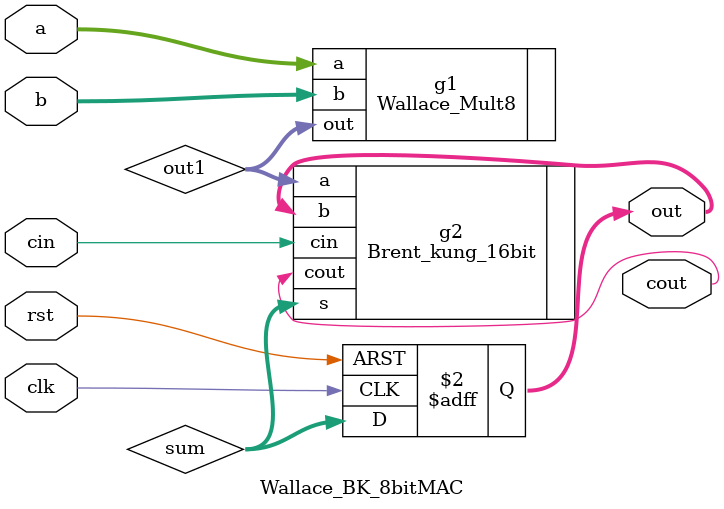
<source format=v>
module Wallace_BK_8bitMAC(
    input [7:0] a,          // 8-bit input A
    input [7:0] b,          // 8-bit input B
    input clk,
    input rst,
    input cin,              // Carry-in for the adder
    output reg [15:0] out,  // 16-bit output
    output cout             // Carry-out from the adder
);

    wire [15:0] out1;       // Output from the 8-bit Vedic multiplier
    wire [15:0] sum;

    // Instantiate 8-bit Vedic multiplier
    Wallace_Mult8 g1 (
        .a(a),
        .b(b),
        .out(out1)
    );

    // Instantiate 16-bit Kogge-Stone adder
    Brent_kung_16bit g2 (
        .a(out1),
        .b(out),
        .cin(cin),
        .s(sum),
        .cout(cout)
    );

    // Register output with synchronous reset
    always @(posedge clk or posedge rst) begin
        if (rst)
            out <= 16'h0;  // Reset to 16-bit zero
        else
            out <= sum;    // Update output with adder result
    end
endmodule
</source>
